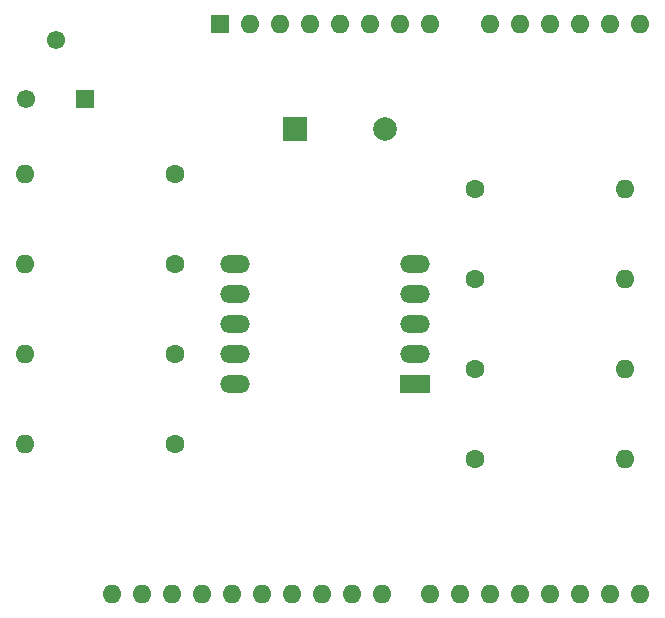
<source format=gbr>
G04 #@! TF.GenerationSoftware,KiCad,Pcbnew,(5.1.5)-3*
G04 #@! TF.CreationDate,2020-07-13T16:19:43+01:00*
G04 #@! TF.ProjectId,MorseSerialArduinoShield,4d6f7273-6553-4657-9269-616c41726475,rev?*
G04 #@! TF.SameCoordinates,Original*
G04 #@! TF.FileFunction,Soldermask,Bot*
G04 #@! TF.FilePolarity,Negative*
%FSLAX46Y46*%
G04 Gerber Fmt 4.6, Leading zero omitted, Abs format (unit mm)*
G04 Created by KiCad (PCBNEW (5.1.5)-3) date 2020-07-13 16:19:43*
%MOMM*%
%LPD*%
G04 APERTURE LIST*
%ADD10O,1.600000X1.600000*%
%ADD11R,1.600000X1.600000*%
%ADD12C,2.000000*%
%ADD13R,2.000000X2.000000*%
%ADD14R,2.524000X1.524000*%
%ADD15O,2.524000X1.524000*%
%ADD16C,1.550000*%
%ADD17R,1.550000X1.550000*%
%ADD18C,1.600000*%
G04 APERTURE END LIST*
D10*
X171958000Y-123825000D03*
X174498000Y-123825000D03*
X134878000Y-123825000D03*
X174498000Y-75565000D03*
X137418000Y-123825000D03*
X171958000Y-75565000D03*
X139958000Y-123825000D03*
X169418000Y-75565000D03*
X142498000Y-123825000D03*
X166878000Y-75565000D03*
X145038000Y-123825000D03*
X164338000Y-75565000D03*
X147578000Y-123825000D03*
X161798000Y-75565000D03*
X150118000Y-123825000D03*
X156718000Y-75565000D03*
X152658000Y-123825000D03*
X154178000Y-75565000D03*
X156718000Y-123825000D03*
X151638000Y-75565000D03*
X159258000Y-123825000D03*
X149098000Y-75565000D03*
X161798000Y-123825000D03*
X146558000Y-75565000D03*
X164338000Y-123825000D03*
X144018000Y-75565000D03*
X166878000Y-123825000D03*
X141478000Y-75565000D03*
X169418000Y-123825000D03*
D11*
X138938000Y-75565000D03*
D10*
X132338000Y-123825000D03*
X129798000Y-123825000D03*
D12*
X152888000Y-84455000D03*
D13*
X145288000Y-84455000D03*
D14*
X155448000Y-106045000D03*
D15*
X155448000Y-103505000D03*
X155448000Y-100965000D03*
X155448000Y-98425000D03*
X155448000Y-95885000D03*
X140208000Y-95885000D03*
X140208000Y-98425000D03*
X140208000Y-100965000D03*
X140208000Y-103505000D03*
X140208000Y-106045000D03*
D16*
X125008000Y-76915000D03*
D17*
X127508000Y-81915000D03*
D16*
X122508000Y-81915000D03*
D10*
X122428000Y-88265000D03*
D18*
X135128000Y-88265000D03*
D10*
X173228000Y-112395000D03*
D18*
X160528000Y-112395000D03*
D10*
X173228000Y-104775000D03*
D18*
X160528000Y-104775000D03*
X160528000Y-97155000D03*
D10*
X173228000Y-97155000D03*
X173228000Y-89535000D03*
D18*
X160528000Y-89535000D03*
D10*
X122428000Y-95885000D03*
D18*
X135128000Y-95885000D03*
X135128000Y-103505000D03*
D10*
X122428000Y-103505000D03*
X122428000Y-111125000D03*
D18*
X135128000Y-111125000D03*
M02*

</source>
